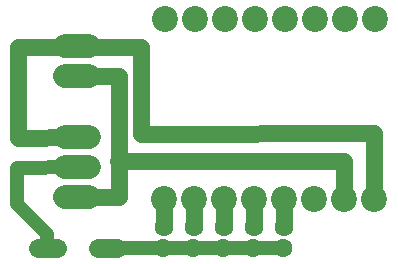
<source format=gbr>
%FSLAX34Y34*%
%MOMM*%
%LNCOPPER_BOTTOM*%
G71*
G01*
%ADD10C,2.200*%
%ADD11C,2.000*%
%ADD12C,1.400*%
%ADD13C,1.200*%
%ADD14C,1.600*%
%ADD15C,1.600*%
%LPD*%
X328491Y207471D02*
G54D10*
D03*
X303091Y207449D02*
G54D10*
D03*
X277691Y207427D02*
G54D10*
D03*
X226891Y207382D02*
G54D10*
D03*
X201492Y207360D02*
G54D10*
D03*
X176091Y207338D02*
G54D10*
D03*
X150692Y207316D02*
G54D10*
D03*
X252292Y207404D02*
G54D10*
D03*
X327294Y55076D02*
G54D10*
D03*
X301894Y55054D02*
G54D10*
D03*
X276495Y55031D02*
G54D10*
D03*
X225695Y54987D02*
G54D10*
D03*
X200294Y54964D02*
G54D10*
D03*
X174894Y54943D02*
G54D10*
D03*
X149494Y54921D02*
G54D10*
D03*
X251095Y55009D02*
G54D10*
D03*
G54D11*
X66200Y158750D02*
X86200Y158750D01*
G54D11*
X66200Y184150D02*
X86200Y184150D01*
G54D11*
X65800Y56469D02*
X85800Y56469D01*
G54D11*
X65800Y81869D02*
X85800Y81869D01*
G54D11*
X65800Y107269D02*
X85800Y107269D01*
G54D12*
X76200Y158750D02*
X111800Y158862D01*
X111400Y56869D01*
X75800Y56469D01*
G54D12*
X301894Y55054D02*
X301894Y87163D01*
X302000Y87269D01*
X110800Y87269D01*
G54D12*
X75800Y107269D02*
X25797Y106362D01*
X25797Y183356D01*
X130175Y183753D01*
X130400Y109969D01*
X327700Y110269D01*
X327400Y55182D01*
X327294Y55076D01*
G54D13*
X75800Y81869D02*
X25400Y81359D01*
X25400Y50800D01*
X50800Y25400D01*
X50800Y13494D01*
G54D12*
X149494Y54921D02*
X149494Y31108D01*
G54D13*
X251212Y13200D02*
X140494Y13097D01*
X101600Y13097D01*
G54D14*
X42800Y13494D02*
X58800Y13494D01*
G54D14*
X93600Y13097D02*
X109600Y13097D01*
X225298Y13315D02*
G54D15*
D03*
X199897Y13293D02*
G54D15*
D03*
X174498Y13271D02*
G54D15*
D03*
X149098Y13249D02*
G54D15*
D03*
X250698Y13337D02*
G54D15*
D03*
X225695Y31175D02*
G54D15*
D03*
X200294Y31152D02*
G54D15*
D03*
X174894Y31130D02*
G54D15*
D03*
X149494Y31108D02*
G54D15*
D03*
X251095Y31197D02*
G54D15*
D03*
G54D12*
X174894Y54943D02*
X174894Y31130D01*
G54D12*
X200294Y54964D02*
X200294Y31152D01*
G54D12*
X225694Y54986D02*
X225694Y31174D01*
G54D12*
X251095Y55009D02*
X251095Y31197D01*
M02*

</source>
